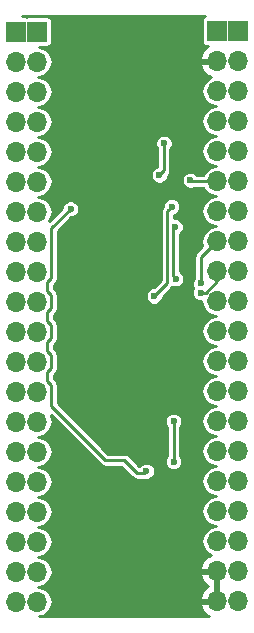
<source format=gbl>
G04 #@! TF.GenerationSoftware,KiCad,Pcbnew,no-vcs-found-91ed3e2~59~ubuntu16.04.1*
G04 #@! TF.CreationDate,2017-10-23T14:28:14-03:00*
G04 #@! TF.ProjectId,ciaa-z3r0,636961612D7A3372302E6B696361645F,rev?*
G04 #@! TF.SameCoordinates,Original*
G04 #@! TF.FileFunction,Copper,L2,Bot,Signal*
G04 #@! TF.FilePolarity,Positive*
%FSLAX46Y46*%
G04 Gerber Fmt 4.6, Leading zero omitted, Abs format (unit mm)*
G04 Created by KiCad (PCBNEW no-vcs-found-91ed3e2~59~ubuntu16.04.1) date Mon Oct 23 14:28:14 2017*
%MOMM*%
%LPD*%
G01*
G04 APERTURE LIST*
%ADD10O,1.700000X1.700000*%
%ADD11R,1.700000X1.700000*%
%ADD12C,0.600000*%
%ADD13C,0.250000*%
%ADD14C,0.254000*%
G04 APERTURE END LIST*
D10*
X119538000Y-120085000D03*
X119538000Y-117545000D03*
X119538000Y-115005000D03*
X119538000Y-112465000D03*
X119538000Y-109925000D03*
X119538000Y-107385000D03*
X119538000Y-104845000D03*
X119538000Y-102305000D03*
X119538000Y-99765000D03*
X119538000Y-97225000D03*
X119538000Y-94685000D03*
X119538000Y-92145000D03*
X119538000Y-89605000D03*
X119538000Y-87065000D03*
X119538000Y-84525000D03*
X119538000Y-81985000D03*
X119538000Y-79445000D03*
X119538000Y-76905000D03*
X119538000Y-74365000D03*
D11*
X119538000Y-71825000D03*
X134740619Y-71782500D03*
D10*
X134740619Y-74322500D03*
X134740619Y-76862500D03*
X134740619Y-79402500D03*
X134740619Y-81942500D03*
X134740619Y-84482500D03*
X134740619Y-87022500D03*
X134740619Y-89562500D03*
X134740619Y-92102500D03*
X134740619Y-94642500D03*
X134740619Y-97182500D03*
X134740619Y-99722500D03*
X134740619Y-102262500D03*
X134740619Y-104802500D03*
X134740619Y-107342500D03*
X134740619Y-109882500D03*
X134740619Y-112422500D03*
X134740619Y-114962500D03*
X134740619Y-117502500D03*
X134740619Y-120042500D03*
X136538000Y-120035000D03*
X136538000Y-117495000D03*
X136538000Y-114955000D03*
X136538000Y-112415000D03*
X136538000Y-109875000D03*
X136538000Y-107335000D03*
X136538000Y-104795000D03*
X136538000Y-102255000D03*
X136538000Y-99715000D03*
X136538000Y-97175000D03*
X136538000Y-94635000D03*
X136538000Y-92095000D03*
X136538000Y-89555000D03*
X136538000Y-87015000D03*
X136538000Y-84475000D03*
X136538000Y-81935000D03*
X136538000Y-79395000D03*
X136538000Y-76855000D03*
X136538000Y-74315000D03*
D11*
X136538000Y-71775000D03*
X117748000Y-71825000D03*
D10*
X117748000Y-74365000D03*
X117748000Y-76905000D03*
X117748000Y-79445000D03*
X117748000Y-81985000D03*
X117748000Y-84525000D03*
X117748000Y-87065000D03*
X117748000Y-89605000D03*
X117748000Y-92145000D03*
X117748000Y-94685000D03*
X117748000Y-97225000D03*
X117748000Y-99765000D03*
X117748000Y-102305000D03*
X117748000Y-104845000D03*
X117748000Y-107385000D03*
X117748000Y-109925000D03*
X117748000Y-112465000D03*
X117748000Y-115005000D03*
X117748000Y-117545000D03*
X117748000Y-120085000D03*
D12*
X126168000Y-111545000D03*
X131788000Y-76945000D03*
X133038000Y-82875000D03*
X121998000Y-89785000D03*
X121762934Y-102085000D03*
X124628000Y-82155000D03*
X132118000Y-90275000D03*
X132808000Y-89555000D03*
X128478000Y-86145000D03*
X123758000Y-75395000D03*
X131273010Y-92751941D03*
X131205828Y-88345008D03*
X133364181Y-93924292D03*
X133398373Y-93125011D03*
X132490597Y-84395000D03*
X130928000Y-86644977D03*
X128778000Y-109035000D03*
X122361359Y-86821641D03*
X130268012Y-81275000D03*
X129868000Y-83975000D03*
X128258000Y-80895000D03*
X124126059Y-98063059D03*
X124126059Y-98063059D03*
X123978000Y-94665000D03*
X128818000Y-98795000D03*
X131668000Y-102345000D03*
X132728000Y-101330000D03*
X129436373Y-94204772D03*
X131088000Y-108235000D03*
X131089090Y-104802500D03*
D13*
X131273010Y-92751941D02*
X131038000Y-92516931D01*
X131038000Y-92516931D02*
X131038000Y-88512836D01*
X131038000Y-88512836D02*
X131205828Y-88345008D01*
X134740619Y-92972118D02*
X133788445Y-93924292D01*
X133788445Y-93924292D02*
X133364181Y-93924292D01*
X134740619Y-92102500D02*
X134740619Y-92972118D01*
X133398373Y-90904746D02*
X133398373Y-92700747D01*
X134740619Y-89562500D02*
X133398373Y-90904746D01*
X133398373Y-92700747D02*
X133398373Y-93125011D01*
X132578097Y-84482500D02*
X132490597Y-84395000D01*
X134740619Y-84482500D02*
X132578097Y-84482500D01*
X130548000Y-93093145D02*
X130548000Y-87024977D01*
X130548000Y-87024977D02*
X130628001Y-86944976D01*
X130628001Y-86944976D02*
X130928000Y-86644977D01*
X129436373Y-94204772D02*
X130548000Y-93093145D01*
X126888000Y-108095000D02*
X127998000Y-109205000D01*
X127998000Y-109205000D02*
X128608000Y-109205000D01*
X128608000Y-109205000D02*
X128778000Y-109035000D01*
X125298000Y-108095000D02*
X120713001Y-103510001D01*
X125298000Y-108095000D02*
X126888000Y-108095000D01*
X120398000Y-100644002D02*
X120713001Y-100329001D01*
X120398000Y-93805998D02*
X120398000Y-93024002D01*
X120713001Y-103510001D02*
X120713001Y-101740999D01*
X120713001Y-101740999D02*
X120398000Y-101425998D01*
X120713001Y-97789001D02*
X120713001Y-96660999D01*
X120398000Y-101425998D02*
X120398000Y-100644002D01*
X120713001Y-92709001D02*
X120713001Y-88469999D01*
X120713001Y-99200999D02*
X120398000Y-98885998D01*
X120713001Y-100329001D02*
X120713001Y-99200999D01*
X120713001Y-96660999D02*
X120398000Y-96345998D01*
X120398000Y-98104002D02*
X120713001Y-97789001D01*
X120398000Y-98885998D02*
X120398000Y-98104002D01*
X120398000Y-96345998D02*
X120398000Y-95564002D01*
X120398000Y-95564002D02*
X120713001Y-95249001D01*
X120713001Y-95249001D02*
X120713001Y-94120999D01*
X120713001Y-94120999D02*
X120398000Y-93805998D01*
X120398000Y-93024002D02*
X120713001Y-92709001D01*
X120713001Y-88469999D02*
X122361359Y-86821641D01*
X130268012Y-83574988D02*
X130268012Y-81699264D01*
X129868000Y-83975000D02*
X130268012Y-83574988D01*
X130268012Y-81699264D02*
X130268012Y-81275000D01*
X131089090Y-104802500D02*
X131089090Y-108233910D01*
X131089090Y-108233910D02*
X131088000Y-108235000D01*
D14*
G36*
X133724012Y-70530275D02*
X133582769Y-70624650D01*
X133488394Y-70765893D01*
X133455254Y-70932500D01*
X133455254Y-72632500D01*
X133488394Y-72799107D01*
X133582769Y-72940350D01*
X133724012Y-73034725D01*
X133890619Y-73067865D01*
X133985855Y-73067865D01*
X133859261Y-73127317D01*
X133468974Y-73555576D01*
X133299143Y-73965610D01*
X133420464Y-74195500D01*
X134613619Y-74195500D01*
X134613619Y-74175500D01*
X134867619Y-74175500D01*
X134867619Y-74195500D01*
X134887619Y-74195500D01*
X134887619Y-74449500D01*
X134867619Y-74449500D01*
X134867619Y-74469500D01*
X134613619Y-74469500D01*
X134613619Y-74449500D01*
X133420464Y-74449500D01*
X133299143Y-74679390D01*
X133468974Y-75089424D01*
X133859261Y-75517683D01*
X134220202Y-75687191D01*
X133812626Y-75959525D01*
X133535807Y-76373813D01*
X133438601Y-76862500D01*
X133535807Y-77351187D01*
X133812626Y-77765475D01*
X134226914Y-78042294D01*
X134680410Y-78132500D01*
X134226914Y-78222706D01*
X133812626Y-78499525D01*
X133535807Y-78913813D01*
X133438601Y-79402500D01*
X133535807Y-79891187D01*
X133812626Y-80305475D01*
X134226914Y-80582294D01*
X134680410Y-80672500D01*
X134226914Y-80762706D01*
X133812626Y-81039525D01*
X133535807Y-81453813D01*
X133438601Y-81942500D01*
X133535807Y-82431187D01*
X133812626Y-82845475D01*
X134226914Y-83122294D01*
X134680410Y-83212500D01*
X134226914Y-83302706D01*
X133812626Y-83579525D01*
X133578111Y-83930500D01*
X133054145Y-83930500D01*
X132902947Y-83779039D01*
X132635841Y-83668126D01*
X132346622Y-83667874D01*
X132079322Y-83778320D01*
X131874636Y-83982650D01*
X131763723Y-84249756D01*
X131763471Y-84538975D01*
X131873917Y-84806275D01*
X132078247Y-85010961D01*
X132345353Y-85121874D01*
X132634572Y-85122126D01*
X132846643Y-85034500D01*
X133578111Y-85034500D01*
X133812626Y-85385475D01*
X134226914Y-85662294D01*
X134680410Y-85752500D01*
X134226914Y-85842706D01*
X133812626Y-86119525D01*
X133535807Y-86533813D01*
X133438601Y-87022500D01*
X133535807Y-87511187D01*
X133812626Y-87925475D01*
X134226914Y-88202294D01*
X134680410Y-88292500D01*
X134226914Y-88382706D01*
X133812626Y-88659525D01*
X133535807Y-89073813D01*
X133438601Y-89562500D01*
X133525102Y-89997371D01*
X133008050Y-90514423D01*
X132888391Y-90693504D01*
X132888391Y-90693505D01*
X132846373Y-90904746D01*
X132846373Y-92648811D01*
X132782412Y-92712661D01*
X132671499Y-92979767D01*
X132671247Y-93268986D01*
X132764797Y-93495394D01*
X132748220Y-93511942D01*
X132637307Y-93779048D01*
X132637055Y-94068267D01*
X132747501Y-94335567D01*
X132951831Y-94540253D01*
X133218937Y-94651166D01*
X133440363Y-94651359D01*
X133535807Y-95131187D01*
X133812626Y-95545475D01*
X134226914Y-95822294D01*
X134680410Y-95912500D01*
X134226914Y-96002706D01*
X133812626Y-96279525D01*
X133535807Y-96693813D01*
X133438601Y-97182500D01*
X133535807Y-97671187D01*
X133812626Y-98085475D01*
X134226914Y-98362294D01*
X134680410Y-98452500D01*
X134226914Y-98542706D01*
X133812626Y-98819525D01*
X133535807Y-99233813D01*
X133438601Y-99722500D01*
X133535807Y-100211187D01*
X133812626Y-100625475D01*
X134226914Y-100902294D01*
X134680410Y-100992500D01*
X134226914Y-101082706D01*
X133812626Y-101359525D01*
X133535807Y-101773813D01*
X133438601Y-102262500D01*
X133535807Y-102751187D01*
X133812626Y-103165475D01*
X134226914Y-103442294D01*
X134680410Y-103532500D01*
X134226914Y-103622706D01*
X133812626Y-103899525D01*
X133535807Y-104313813D01*
X133438601Y-104802500D01*
X133535807Y-105291187D01*
X133812626Y-105705475D01*
X134226914Y-105982294D01*
X134680410Y-106072500D01*
X134226914Y-106162706D01*
X133812626Y-106439525D01*
X133535807Y-106853813D01*
X133438601Y-107342500D01*
X133535807Y-107831187D01*
X133812626Y-108245475D01*
X134226914Y-108522294D01*
X134680410Y-108612500D01*
X134226914Y-108702706D01*
X133812626Y-108979525D01*
X133535807Y-109393813D01*
X133438601Y-109882500D01*
X133535807Y-110371187D01*
X133812626Y-110785475D01*
X134226914Y-111062294D01*
X134680410Y-111152500D01*
X134226914Y-111242706D01*
X133812626Y-111519525D01*
X133535807Y-111933813D01*
X133438601Y-112422500D01*
X133535807Y-112911187D01*
X133812626Y-113325475D01*
X134226914Y-113602294D01*
X134680410Y-113692500D01*
X134226914Y-113782706D01*
X133812626Y-114059525D01*
X133535807Y-114473813D01*
X133438601Y-114962500D01*
X133535807Y-115451187D01*
X133812626Y-115865475D01*
X134220202Y-116137809D01*
X133859261Y-116307317D01*
X133468974Y-116735576D01*
X133299143Y-117145610D01*
X133420464Y-117375500D01*
X134613619Y-117375500D01*
X134613619Y-117355500D01*
X134867619Y-117355500D01*
X134867619Y-117375500D01*
X134887619Y-117375500D01*
X134887619Y-117629500D01*
X134867619Y-117629500D01*
X134867619Y-119915500D01*
X134887619Y-119915500D01*
X134887619Y-120169500D01*
X134867619Y-120169500D01*
X134867619Y-120189500D01*
X134613619Y-120189500D01*
X134613619Y-120169500D01*
X133420464Y-120169500D01*
X133299143Y-120399390D01*
X133468974Y-120809424D01*
X133859261Y-121237683D01*
X134062225Y-121333000D01*
X119708811Y-121333000D01*
X120051705Y-121264794D01*
X120465993Y-120987975D01*
X120742812Y-120573687D01*
X120840018Y-120085000D01*
X120742812Y-119596313D01*
X120465993Y-119182025D01*
X120051705Y-118905206D01*
X119598209Y-118815000D01*
X120051705Y-118724794D01*
X120465993Y-118447975D01*
X120742812Y-118033687D01*
X120777481Y-117859390D01*
X133299143Y-117859390D01*
X133468974Y-118269424D01*
X133859261Y-118697683D01*
X134018573Y-118772500D01*
X133859261Y-118847317D01*
X133468974Y-119275576D01*
X133299143Y-119685610D01*
X133420464Y-119915500D01*
X134613619Y-119915500D01*
X134613619Y-117629500D01*
X133420464Y-117629500D01*
X133299143Y-117859390D01*
X120777481Y-117859390D01*
X120840018Y-117545000D01*
X120742812Y-117056313D01*
X120465993Y-116642025D01*
X120051705Y-116365206D01*
X119598209Y-116275000D01*
X120051705Y-116184794D01*
X120465993Y-115907975D01*
X120742812Y-115493687D01*
X120840018Y-115005000D01*
X120742812Y-114516313D01*
X120465993Y-114102025D01*
X120051705Y-113825206D01*
X119598209Y-113735000D01*
X120051705Y-113644794D01*
X120465993Y-113367975D01*
X120742812Y-112953687D01*
X120840018Y-112465000D01*
X120742812Y-111976313D01*
X120465993Y-111562025D01*
X120051705Y-111285206D01*
X119598209Y-111195000D01*
X120051705Y-111104794D01*
X120465993Y-110827975D01*
X120742812Y-110413687D01*
X120840018Y-109925000D01*
X120742812Y-109436313D01*
X120465993Y-109022025D01*
X120051705Y-108745206D01*
X119598209Y-108655000D01*
X120051705Y-108564794D01*
X120465993Y-108287975D01*
X120742812Y-107873687D01*
X120840018Y-107385000D01*
X120742812Y-106896313D01*
X120465993Y-106482025D01*
X120051705Y-106205206D01*
X119598209Y-106115000D01*
X120051705Y-106024794D01*
X120465993Y-105747975D01*
X120742812Y-105333687D01*
X120840018Y-104845000D01*
X120742812Y-104356313D01*
X120670611Y-104248257D01*
X124907677Y-108485323D01*
X125086758Y-108604982D01*
X125298000Y-108647000D01*
X126659354Y-108647000D01*
X127607677Y-109595323D01*
X127786758Y-109714982D01*
X127998000Y-109757000D01*
X128608000Y-109757000D01*
X128616802Y-109755249D01*
X128632756Y-109761874D01*
X128921975Y-109762126D01*
X129189275Y-109651680D01*
X129393961Y-109447350D01*
X129504874Y-109180244D01*
X129505126Y-108891025D01*
X129394680Y-108623725D01*
X129190350Y-108419039D01*
X129093866Y-108378975D01*
X130360874Y-108378975D01*
X130471320Y-108646275D01*
X130675650Y-108850961D01*
X130942756Y-108961874D01*
X131231975Y-108962126D01*
X131499275Y-108851680D01*
X131703961Y-108647350D01*
X131814874Y-108380244D01*
X131815126Y-108091025D01*
X131704680Y-107823725D01*
X131641090Y-107760024D01*
X131641090Y-105278700D01*
X131705051Y-105214850D01*
X131815964Y-104947744D01*
X131816216Y-104658525D01*
X131705770Y-104391225D01*
X131501440Y-104186539D01*
X131234334Y-104075626D01*
X130945115Y-104075374D01*
X130677815Y-104185820D01*
X130473129Y-104390150D01*
X130362216Y-104657256D01*
X130361964Y-104946475D01*
X130472410Y-105213775D01*
X130537090Y-105278568D01*
X130537090Y-107757712D01*
X130472039Y-107822650D01*
X130361126Y-108089756D01*
X130360874Y-108378975D01*
X129093866Y-108378975D01*
X128923244Y-108308126D01*
X128634025Y-108307874D01*
X128366725Y-108418320D01*
X128179182Y-108605536D01*
X127278323Y-107704677D01*
X127099242Y-107585018D01*
X126888000Y-107543000D01*
X125526646Y-107543000D01*
X121265001Y-103281355D01*
X121265001Y-101740999D01*
X121222983Y-101529758D01*
X121222983Y-101529757D01*
X121103324Y-101350676D01*
X120950000Y-101197352D01*
X120950000Y-100872648D01*
X121103324Y-100719324D01*
X121222983Y-100540243D01*
X121265001Y-100329001D01*
X121265001Y-99200999D01*
X121222983Y-98989758D01*
X121222983Y-98989757D01*
X121103324Y-98810676D01*
X120950000Y-98657352D01*
X120950000Y-98332648D01*
X121103324Y-98179324D01*
X121222983Y-98000243D01*
X121265001Y-97789001D01*
X121265001Y-96660999D01*
X121222983Y-96449758D01*
X121222983Y-96449757D01*
X121103324Y-96270676D01*
X120950000Y-96117352D01*
X120950000Y-95792648D01*
X121103324Y-95639324D01*
X121222983Y-95460243D01*
X121265001Y-95249001D01*
X121265001Y-94348747D01*
X128709247Y-94348747D01*
X128819693Y-94616047D01*
X129024023Y-94820733D01*
X129291129Y-94931646D01*
X129580348Y-94931898D01*
X129847648Y-94821452D01*
X130052334Y-94617122D01*
X130163247Y-94350016D01*
X130163327Y-94258464D01*
X130938323Y-93483468D01*
X130981903Y-93418247D01*
X131127766Y-93478815D01*
X131416985Y-93479067D01*
X131684285Y-93368621D01*
X131888971Y-93164291D01*
X131999884Y-92897185D01*
X132000136Y-92607966D01*
X131889690Y-92340666D01*
X131685360Y-92135980D01*
X131590000Y-92096383D01*
X131590000Y-88972887D01*
X131617103Y-88961688D01*
X131821789Y-88757358D01*
X131932702Y-88490252D01*
X131932954Y-88201033D01*
X131822508Y-87933733D01*
X131618178Y-87729047D01*
X131351072Y-87618134D01*
X131100000Y-87617915D01*
X131100000Y-87360523D01*
X131339275Y-87261657D01*
X131543961Y-87057327D01*
X131654874Y-86790221D01*
X131655126Y-86501002D01*
X131544680Y-86233702D01*
X131340350Y-86029016D01*
X131073244Y-85918103D01*
X130784025Y-85917851D01*
X130516725Y-86028297D01*
X130312039Y-86232627D01*
X130201126Y-86499733D01*
X130201046Y-86591285D01*
X130157677Y-86634654D01*
X130038018Y-86813735D01*
X130007555Y-86966885D01*
X129996000Y-87024977D01*
X129996000Y-92864499D01*
X129382774Y-93477725D01*
X129292398Y-93477646D01*
X129025098Y-93588092D01*
X128820412Y-93792422D01*
X128709499Y-94059528D01*
X128709247Y-94348747D01*
X121265001Y-94348747D01*
X121265001Y-94120999D01*
X121222983Y-93909757D01*
X121103324Y-93730676D01*
X120950000Y-93577352D01*
X120950000Y-93252648D01*
X121103324Y-93099324D01*
X121222983Y-92920243D01*
X121265001Y-92709001D01*
X121265001Y-88698645D01*
X122414958Y-87548688D01*
X122505334Y-87548767D01*
X122772634Y-87438321D01*
X122977320Y-87233991D01*
X123088233Y-86966885D01*
X123088485Y-86677666D01*
X122978039Y-86410366D01*
X122773709Y-86205680D01*
X122506603Y-86094767D01*
X122217384Y-86094515D01*
X121950084Y-86204961D01*
X121745398Y-86409291D01*
X121634485Y-86676397D01*
X121634405Y-86767949D01*
X120529654Y-87872700D01*
X120742812Y-87553687D01*
X120840018Y-87065000D01*
X120742812Y-86576313D01*
X120465993Y-86162025D01*
X120051705Y-85885206D01*
X119598209Y-85795000D01*
X120051705Y-85704794D01*
X120465993Y-85427975D01*
X120742812Y-85013687D01*
X120840018Y-84525000D01*
X120759255Y-84118975D01*
X129140874Y-84118975D01*
X129251320Y-84386275D01*
X129455650Y-84590961D01*
X129722756Y-84701874D01*
X130011975Y-84702126D01*
X130279275Y-84591680D01*
X130483961Y-84387350D01*
X130594874Y-84120244D01*
X130594954Y-84028692D01*
X130658335Y-83965311D01*
X130777993Y-83786230D01*
X130777994Y-83786229D01*
X130820012Y-83574988D01*
X130820012Y-81751200D01*
X130883973Y-81687350D01*
X130994886Y-81420244D01*
X130995138Y-81131025D01*
X130884692Y-80863725D01*
X130680362Y-80659039D01*
X130413256Y-80548126D01*
X130124037Y-80547874D01*
X129856737Y-80658320D01*
X129652051Y-80862650D01*
X129541138Y-81129756D01*
X129540886Y-81418975D01*
X129651332Y-81686275D01*
X129716012Y-81751068D01*
X129716012Y-83251185D01*
X129456725Y-83358320D01*
X129252039Y-83562650D01*
X129141126Y-83829756D01*
X129140874Y-84118975D01*
X120759255Y-84118975D01*
X120742812Y-84036313D01*
X120465993Y-83622025D01*
X120051705Y-83345206D01*
X119598209Y-83255000D01*
X120051705Y-83164794D01*
X120465993Y-82887975D01*
X120742812Y-82473687D01*
X120840018Y-81985000D01*
X120742812Y-81496313D01*
X120465993Y-81082025D01*
X120051705Y-80805206D01*
X119598209Y-80715000D01*
X120051705Y-80624794D01*
X120465993Y-80347975D01*
X120742812Y-79933687D01*
X120840018Y-79445000D01*
X120742812Y-78956313D01*
X120465993Y-78542025D01*
X120051705Y-78265206D01*
X119598209Y-78175000D01*
X120051705Y-78084794D01*
X120465993Y-77807975D01*
X120742812Y-77393687D01*
X120840018Y-76905000D01*
X120742812Y-76416313D01*
X120465993Y-76002025D01*
X120051705Y-75725206D01*
X119598209Y-75635000D01*
X120051705Y-75544794D01*
X120465993Y-75267975D01*
X120742812Y-74853687D01*
X120840018Y-74365000D01*
X120742812Y-73876313D01*
X120465993Y-73462025D01*
X120051705Y-73185206D01*
X119675454Y-73110365D01*
X120388000Y-73110365D01*
X120554607Y-73077225D01*
X120695850Y-72982850D01*
X120790225Y-72841607D01*
X120823365Y-72675000D01*
X120823365Y-70975000D01*
X120790225Y-70808393D01*
X120695850Y-70667150D01*
X120554607Y-70572775D01*
X120388000Y-70539635D01*
X118688000Y-70539635D01*
X118643000Y-70548586D01*
X118598000Y-70539635D01*
X118240000Y-70539635D01*
X118240000Y-70527000D01*
X133740477Y-70527000D01*
X133724012Y-70530275D01*
X133724012Y-70530275D01*
G37*
X133724012Y-70530275D02*
X133582769Y-70624650D01*
X133488394Y-70765893D01*
X133455254Y-70932500D01*
X133455254Y-72632500D01*
X133488394Y-72799107D01*
X133582769Y-72940350D01*
X133724012Y-73034725D01*
X133890619Y-73067865D01*
X133985855Y-73067865D01*
X133859261Y-73127317D01*
X133468974Y-73555576D01*
X133299143Y-73965610D01*
X133420464Y-74195500D01*
X134613619Y-74195500D01*
X134613619Y-74175500D01*
X134867619Y-74175500D01*
X134867619Y-74195500D01*
X134887619Y-74195500D01*
X134887619Y-74449500D01*
X134867619Y-74449500D01*
X134867619Y-74469500D01*
X134613619Y-74469500D01*
X134613619Y-74449500D01*
X133420464Y-74449500D01*
X133299143Y-74679390D01*
X133468974Y-75089424D01*
X133859261Y-75517683D01*
X134220202Y-75687191D01*
X133812626Y-75959525D01*
X133535807Y-76373813D01*
X133438601Y-76862500D01*
X133535807Y-77351187D01*
X133812626Y-77765475D01*
X134226914Y-78042294D01*
X134680410Y-78132500D01*
X134226914Y-78222706D01*
X133812626Y-78499525D01*
X133535807Y-78913813D01*
X133438601Y-79402500D01*
X133535807Y-79891187D01*
X133812626Y-80305475D01*
X134226914Y-80582294D01*
X134680410Y-80672500D01*
X134226914Y-80762706D01*
X133812626Y-81039525D01*
X133535807Y-81453813D01*
X133438601Y-81942500D01*
X133535807Y-82431187D01*
X133812626Y-82845475D01*
X134226914Y-83122294D01*
X134680410Y-83212500D01*
X134226914Y-83302706D01*
X133812626Y-83579525D01*
X133578111Y-83930500D01*
X133054145Y-83930500D01*
X132902947Y-83779039D01*
X132635841Y-83668126D01*
X132346622Y-83667874D01*
X132079322Y-83778320D01*
X131874636Y-83982650D01*
X131763723Y-84249756D01*
X131763471Y-84538975D01*
X131873917Y-84806275D01*
X132078247Y-85010961D01*
X132345353Y-85121874D01*
X132634572Y-85122126D01*
X132846643Y-85034500D01*
X133578111Y-85034500D01*
X133812626Y-85385475D01*
X134226914Y-85662294D01*
X134680410Y-85752500D01*
X134226914Y-85842706D01*
X133812626Y-86119525D01*
X133535807Y-86533813D01*
X133438601Y-87022500D01*
X133535807Y-87511187D01*
X133812626Y-87925475D01*
X134226914Y-88202294D01*
X134680410Y-88292500D01*
X134226914Y-88382706D01*
X133812626Y-88659525D01*
X133535807Y-89073813D01*
X133438601Y-89562500D01*
X133525102Y-89997371D01*
X133008050Y-90514423D01*
X132888391Y-90693504D01*
X132888391Y-90693505D01*
X132846373Y-90904746D01*
X132846373Y-92648811D01*
X132782412Y-92712661D01*
X132671499Y-92979767D01*
X132671247Y-93268986D01*
X132764797Y-93495394D01*
X132748220Y-93511942D01*
X132637307Y-93779048D01*
X132637055Y-94068267D01*
X132747501Y-94335567D01*
X132951831Y-94540253D01*
X133218937Y-94651166D01*
X133440363Y-94651359D01*
X133535807Y-95131187D01*
X133812626Y-95545475D01*
X134226914Y-95822294D01*
X134680410Y-95912500D01*
X134226914Y-96002706D01*
X133812626Y-96279525D01*
X133535807Y-96693813D01*
X133438601Y-97182500D01*
X133535807Y-97671187D01*
X133812626Y-98085475D01*
X134226914Y-98362294D01*
X134680410Y-98452500D01*
X134226914Y-98542706D01*
X133812626Y-98819525D01*
X133535807Y-99233813D01*
X133438601Y-99722500D01*
X133535807Y-100211187D01*
X133812626Y-100625475D01*
X134226914Y-100902294D01*
X134680410Y-100992500D01*
X134226914Y-101082706D01*
X133812626Y-101359525D01*
X133535807Y-101773813D01*
X133438601Y-102262500D01*
X133535807Y-102751187D01*
X133812626Y-103165475D01*
X134226914Y-103442294D01*
X134680410Y-103532500D01*
X134226914Y-103622706D01*
X133812626Y-103899525D01*
X133535807Y-104313813D01*
X133438601Y-104802500D01*
X133535807Y-105291187D01*
X133812626Y-105705475D01*
X134226914Y-105982294D01*
X134680410Y-106072500D01*
X134226914Y-106162706D01*
X133812626Y-106439525D01*
X133535807Y-106853813D01*
X133438601Y-107342500D01*
X133535807Y-107831187D01*
X133812626Y-108245475D01*
X134226914Y-108522294D01*
X134680410Y-108612500D01*
X134226914Y-108702706D01*
X133812626Y-108979525D01*
X133535807Y-109393813D01*
X133438601Y-109882500D01*
X133535807Y-110371187D01*
X133812626Y-110785475D01*
X134226914Y-111062294D01*
X134680410Y-111152500D01*
X134226914Y-111242706D01*
X133812626Y-111519525D01*
X133535807Y-111933813D01*
X133438601Y-112422500D01*
X133535807Y-112911187D01*
X133812626Y-113325475D01*
X134226914Y-113602294D01*
X134680410Y-113692500D01*
X134226914Y-113782706D01*
X133812626Y-114059525D01*
X133535807Y-114473813D01*
X133438601Y-114962500D01*
X133535807Y-115451187D01*
X133812626Y-115865475D01*
X134220202Y-116137809D01*
X133859261Y-116307317D01*
X133468974Y-116735576D01*
X133299143Y-117145610D01*
X133420464Y-117375500D01*
X134613619Y-117375500D01*
X134613619Y-117355500D01*
X134867619Y-117355500D01*
X134867619Y-117375500D01*
X134887619Y-117375500D01*
X134887619Y-117629500D01*
X134867619Y-117629500D01*
X134867619Y-119915500D01*
X134887619Y-119915500D01*
X134887619Y-120169500D01*
X134867619Y-120169500D01*
X134867619Y-120189500D01*
X134613619Y-120189500D01*
X134613619Y-120169500D01*
X133420464Y-120169500D01*
X133299143Y-120399390D01*
X133468974Y-120809424D01*
X133859261Y-121237683D01*
X134062225Y-121333000D01*
X119708811Y-121333000D01*
X120051705Y-121264794D01*
X120465993Y-120987975D01*
X120742812Y-120573687D01*
X120840018Y-120085000D01*
X120742812Y-119596313D01*
X120465993Y-119182025D01*
X120051705Y-118905206D01*
X119598209Y-118815000D01*
X120051705Y-118724794D01*
X120465993Y-118447975D01*
X120742812Y-118033687D01*
X120777481Y-117859390D01*
X133299143Y-117859390D01*
X133468974Y-118269424D01*
X133859261Y-118697683D01*
X134018573Y-118772500D01*
X133859261Y-118847317D01*
X133468974Y-119275576D01*
X133299143Y-119685610D01*
X133420464Y-119915500D01*
X134613619Y-119915500D01*
X134613619Y-117629500D01*
X133420464Y-117629500D01*
X133299143Y-117859390D01*
X120777481Y-117859390D01*
X120840018Y-117545000D01*
X120742812Y-117056313D01*
X120465993Y-116642025D01*
X120051705Y-116365206D01*
X119598209Y-116275000D01*
X120051705Y-116184794D01*
X120465993Y-115907975D01*
X120742812Y-115493687D01*
X120840018Y-115005000D01*
X120742812Y-114516313D01*
X120465993Y-114102025D01*
X120051705Y-113825206D01*
X119598209Y-113735000D01*
X120051705Y-113644794D01*
X120465993Y-113367975D01*
X120742812Y-112953687D01*
X120840018Y-112465000D01*
X120742812Y-111976313D01*
X120465993Y-111562025D01*
X120051705Y-111285206D01*
X119598209Y-111195000D01*
X120051705Y-111104794D01*
X120465993Y-110827975D01*
X120742812Y-110413687D01*
X120840018Y-109925000D01*
X120742812Y-109436313D01*
X120465993Y-109022025D01*
X120051705Y-108745206D01*
X119598209Y-108655000D01*
X120051705Y-108564794D01*
X120465993Y-108287975D01*
X120742812Y-107873687D01*
X120840018Y-107385000D01*
X120742812Y-106896313D01*
X120465993Y-106482025D01*
X120051705Y-106205206D01*
X119598209Y-106115000D01*
X120051705Y-106024794D01*
X120465993Y-105747975D01*
X120742812Y-105333687D01*
X120840018Y-104845000D01*
X120742812Y-104356313D01*
X120670611Y-104248257D01*
X124907677Y-108485323D01*
X125086758Y-108604982D01*
X125298000Y-108647000D01*
X126659354Y-108647000D01*
X127607677Y-109595323D01*
X127786758Y-109714982D01*
X127998000Y-109757000D01*
X128608000Y-109757000D01*
X128616802Y-109755249D01*
X128632756Y-109761874D01*
X128921975Y-109762126D01*
X129189275Y-109651680D01*
X129393961Y-109447350D01*
X129504874Y-109180244D01*
X129505126Y-108891025D01*
X129394680Y-108623725D01*
X129190350Y-108419039D01*
X129093866Y-108378975D01*
X130360874Y-108378975D01*
X130471320Y-108646275D01*
X130675650Y-108850961D01*
X130942756Y-108961874D01*
X131231975Y-108962126D01*
X131499275Y-108851680D01*
X131703961Y-108647350D01*
X131814874Y-108380244D01*
X131815126Y-108091025D01*
X131704680Y-107823725D01*
X131641090Y-107760024D01*
X131641090Y-105278700D01*
X131705051Y-105214850D01*
X131815964Y-104947744D01*
X131816216Y-104658525D01*
X131705770Y-104391225D01*
X131501440Y-104186539D01*
X131234334Y-104075626D01*
X130945115Y-104075374D01*
X130677815Y-104185820D01*
X130473129Y-104390150D01*
X130362216Y-104657256D01*
X130361964Y-104946475D01*
X130472410Y-105213775D01*
X130537090Y-105278568D01*
X130537090Y-107757712D01*
X130472039Y-107822650D01*
X130361126Y-108089756D01*
X130360874Y-108378975D01*
X129093866Y-108378975D01*
X128923244Y-108308126D01*
X128634025Y-108307874D01*
X128366725Y-108418320D01*
X128179182Y-108605536D01*
X127278323Y-107704677D01*
X127099242Y-107585018D01*
X126888000Y-107543000D01*
X125526646Y-107543000D01*
X121265001Y-103281355D01*
X121265001Y-101740999D01*
X121222983Y-101529758D01*
X121222983Y-101529757D01*
X121103324Y-101350676D01*
X120950000Y-101197352D01*
X120950000Y-100872648D01*
X121103324Y-100719324D01*
X121222983Y-100540243D01*
X121265001Y-100329001D01*
X121265001Y-99200999D01*
X121222983Y-98989758D01*
X121222983Y-98989757D01*
X121103324Y-98810676D01*
X120950000Y-98657352D01*
X120950000Y-98332648D01*
X121103324Y-98179324D01*
X121222983Y-98000243D01*
X121265001Y-97789001D01*
X121265001Y-96660999D01*
X121222983Y-96449758D01*
X121222983Y-96449757D01*
X121103324Y-96270676D01*
X120950000Y-96117352D01*
X120950000Y-95792648D01*
X121103324Y-95639324D01*
X121222983Y-95460243D01*
X121265001Y-95249001D01*
X121265001Y-94348747D01*
X128709247Y-94348747D01*
X128819693Y-94616047D01*
X129024023Y-94820733D01*
X129291129Y-94931646D01*
X129580348Y-94931898D01*
X129847648Y-94821452D01*
X130052334Y-94617122D01*
X130163247Y-94350016D01*
X130163327Y-94258464D01*
X130938323Y-93483468D01*
X130981903Y-93418247D01*
X131127766Y-93478815D01*
X131416985Y-93479067D01*
X131684285Y-93368621D01*
X131888971Y-93164291D01*
X131999884Y-92897185D01*
X132000136Y-92607966D01*
X131889690Y-92340666D01*
X131685360Y-92135980D01*
X131590000Y-92096383D01*
X131590000Y-88972887D01*
X131617103Y-88961688D01*
X131821789Y-88757358D01*
X131932702Y-88490252D01*
X131932954Y-88201033D01*
X131822508Y-87933733D01*
X131618178Y-87729047D01*
X131351072Y-87618134D01*
X131100000Y-87617915D01*
X131100000Y-87360523D01*
X131339275Y-87261657D01*
X131543961Y-87057327D01*
X131654874Y-86790221D01*
X131655126Y-86501002D01*
X131544680Y-86233702D01*
X131340350Y-86029016D01*
X131073244Y-85918103D01*
X130784025Y-85917851D01*
X130516725Y-86028297D01*
X130312039Y-86232627D01*
X130201126Y-86499733D01*
X130201046Y-86591285D01*
X130157677Y-86634654D01*
X130038018Y-86813735D01*
X130007555Y-86966885D01*
X129996000Y-87024977D01*
X129996000Y-92864499D01*
X129382774Y-93477725D01*
X129292398Y-93477646D01*
X129025098Y-93588092D01*
X128820412Y-93792422D01*
X128709499Y-94059528D01*
X128709247Y-94348747D01*
X121265001Y-94348747D01*
X121265001Y-94120999D01*
X121222983Y-93909757D01*
X121103324Y-93730676D01*
X120950000Y-93577352D01*
X120950000Y-93252648D01*
X121103324Y-93099324D01*
X121222983Y-92920243D01*
X121265001Y-92709001D01*
X121265001Y-88698645D01*
X122414958Y-87548688D01*
X122505334Y-87548767D01*
X122772634Y-87438321D01*
X122977320Y-87233991D01*
X123088233Y-86966885D01*
X123088485Y-86677666D01*
X122978039Y-86410366D01*
X122773709Y-86205680D01*
X122506603Y-86094767D01*
X122217384Y-86094515D01*
X121950084Y-86204961D01*
X121745398Y-86409291D01*
X121634485Y-86676397D01*
X121634405Y-86767949D01*
X120529654Y-87872700D01*
X120742812Y-87553687D01*
X120840018Y-87065000D01*
X120742812Y-86576313D01*
X120465993Y-86162025D01*
X120051705Y-85885206D01*
X119598209Y-85795000D01*
X120051705Y-85704794D01*
X120465993Y-85427975D01*
X120742812Y-85013687D01*
X120840018Y-84525000D01*
X120759255Y-84118975D01*
X129140874Y-84118975D01*
X129251320Y-84386275D01*
X129455650Y-84590961D01*
X129722756Y-84701874D01*
X130011975Y-84702126D01*
X130279275Y-84591680D01*
X130483961Y-84387350D01*
X130594874Y-84120244D01*
X130594954Y-84028692D01*
X130658335Y-83965311D01*
X130777993Y-83786230D01*
X130777994Y-83786229D01*
X130820012Y-83574988D01*
X130820012Y-81751200D01*
X130883973Y-81687350D01*
X130994886Y-81420244D01*
X130995138Y-81131025D01*
X130884692Y-80863725D01*
X130680362Y-80659039D01*
X130413256Y-80548126D01*
X130124037Y-80547874D01*
X129856737Y-80658320D01*
X129652051Y-80862650D01*
X129541138Y-81129756D01*
X129540886Y-81418975D01*
X129651332Y-81686275D01*
X129716012Y-81751068D01*
X129716012Y-83251185D01*
X129456725Y-83358320D01*
X129252039Y-83562650D01*
X129141126Y-83829756D01*
X129140874Y-84118975D01*
X120759255Y-84118975D01*
X120742812Y-84036313D01*
X120465993Y-83622025D01*
X120051705Y-83345206D01*
X119598209Y-83255000D01*
X120051705Y-83164794D01*
X120465993Y-82887975D01*
X120742812Y-82473687D01*
X120840018Y-81985000D01*
X120742812Y-81496313D01*
X120465993Y-81082025D01*
X120051705Y-80805206D01*
X119598209Y-80715000D01*
X120051705Y-80624794D01*
X120465993Y-80347975D01*
X120742812Y-79933687D01*
X120840018Y-79445000D01*
X120742812Y-78956313D01*
X120465993Y-78542025D01*
X120051705Y-78265206D01*
X119598209Y-78175000D01*
X120051705Y-78084794D01*
X120465993Y-77807975D01*
X120742812Y-77393687D01*
X120840018Y-76905000D01*
X120742812Y-76416313D01*
X120465993Y-76002025D01*
X120051705Y-75725206D01*
X119598209Y-75635000D01*
X120051705Y-75544794D01*
X120465993Y-75267975D01*
X120742812Y-74853687D01*
X120840018Y-74365000D01*
X120742812Y-73876313D01*
X120465993Y-73462025D01*
X120051705Y-73185206D01*
X119675454Y-73110365D01*
X120388000Y-73110365D01*
X120554607Y-73077225D01*
X120695850Y-72982850D01*
X120790225Y-72841607D01*
X120823365Y-72675000D01*
X120823365Y-70975000D01*
X120790225Y-70808393D01*
X120695850Y-70667150D01*
X120554607Y-70572775D01*
X120388000Y-70539635D01*
X118688000Y-70539635D01*
X118643000Y-70548586D01*
X118598000Y-70539635D01*
X118240000Y-70539635D01*
X118240000Y-70527000D01*
X133740477Y-70527000D01*
X133724012Y-70530275D01*
M02*

</source>
